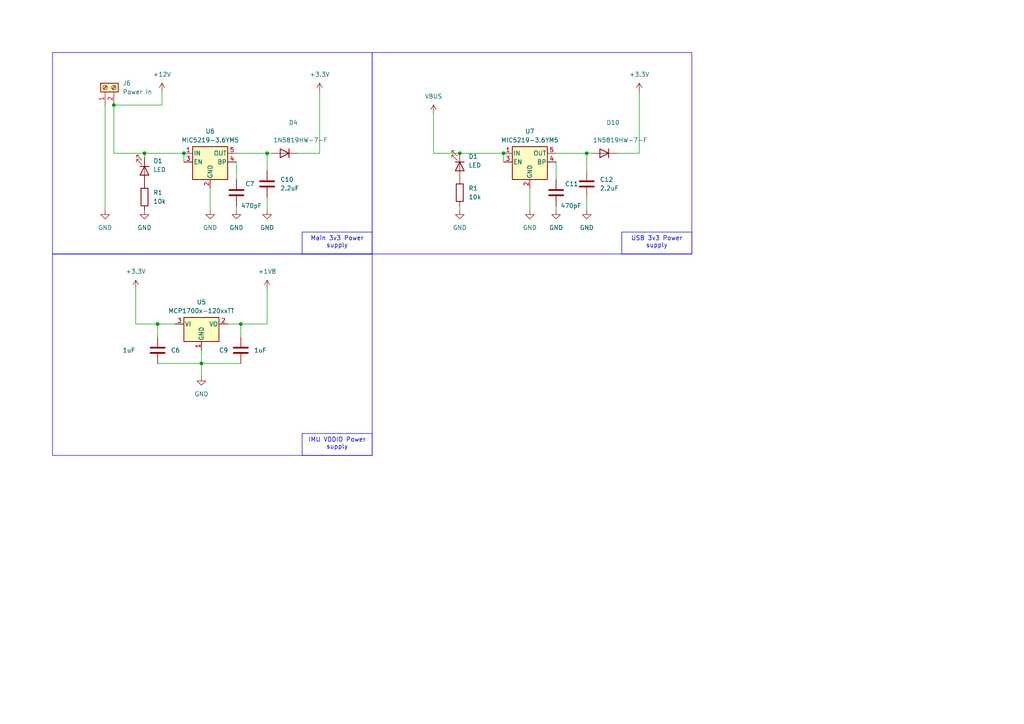
<source format=kicad_sch>
(kicad_sch (version 20230121) (generator eeschema)
  (paper "A4")
  (title_block (title "Seraj Dev Board") (date "2023-12-15") (rev "1") (company "EHTP ElectroPower") (comment 1 "Abdellah Radad"))
  (lib_symbols
    (symbol "Connector:Screw_Terminal_01x02" (pin_names (offset 1.016) hide)
      (property "Reference" "J" (at 0 2.54 0))
      (property "Value" "Screw_Terminal_01x02" (at 0 -5.08 0))
      (symbol "Screw_Terminal_01x02_1_1"
        (rectangle (start -1.27 1.27) (end 1.27 -3.81) (stroke (width 0.254)) (fill (type background)))
        (circle (center 0 -2.54) (radius 0.635) (stroke (width 0.1524)))
        (polyline (pts (xy -0.5334 -2.2098) (xy 0.3302 -3.048)) (stroke (width 0.1524)))
        (polyline (pts (xy -0.5334 0.3302) (xy 0.3302 -0.508)) (stroke (width 0.1524)))
        (polyline (pts (xy -0.3556 -2.032) (xy 0.508 -2.8702)) (stroke (width 0.1524)))
        (polyline (pts (xy -0.3556 0.508) (xy 0.508 -0.3302)) (stroke (width 0.1524)))
        (circle (center 0 0) (radius 0.635) (stroke (width 0.1524)))
        (pin passive line (at -5.08 0 0) (length 3.81) (name "Pin_1") (number "1"))
        (pin passive line (at -5.08 -2.54 0) (length 3.81) (name "Pin_2") (number "2"))
      )
    )
    (symbol "Device:C" (pin_numbers hide) (pin_names (offset 0.254))
      (property "Reference" "C" (at 0.635 2.54 0))
      (property "Value" "C" (at 0.635 -2.54 0))
      (symbol "C_0_1"
        (polyline (pts (xy -2.032 -0.762) (xy 2.032 -0.762)) (stroke (width 0.508)))
        (polyline (pts (xy -2.032 0.762) (xy 2.032 0.762)) (stroke (width 0.508)))
      )
      (symbol "C_1_1"
        (pin passive line (at 0 3.81 270) (length 2.794) (name "~") (number "1"))
        (pin passive line (at 0 -3.81 90) (length 2.794) (name "~") (number "2"))
      )
    )
    (symbol "Device:D" (pin_numbers hide) (pin_names (offset 1.016) hide)
      (property "Reference" "D" (at 0 2.54 0))
      (property "Value" "D" (at 0 -2.54 0))
      (symbol "D_0_1"
        (polyline (pts (xy -1.27 1.27) (xy -1.27 -1.27)) (stroke (width 0.254)))
        (polyline (pts (xy 1.27 0) (xy -1.27 0)))
        (polyline (pts (xy 1.27 1.27) (xy 1.27 -1.27) (xy -1.27 0) (xy 1.27 1.27)) (stroke (width 0.254)))
      )
      (symbol "D_1_1"
        (pin passive line (at -3.81 0 0) (length 2.54) (name "K") (number "1"))
        (pin passive line (at 3.81 0 180) (length 2.54) (name "A") (number "2"))
      )
    )
    (symbol "Device:LED" (pin_numbers hide) (pin_names (offset 1.016) hide)
      (property "Reference" "D" (at 0 2.54 0))
      (property "Value" "LED" (at 0 -2.54 0))
      (symbol "LED_0_1"
        (polyline (pts (xy -1.27 -1.27) (xy -1.27 1.27)) (stroke (width 0.254)))
        (polyline (pts (xy -1.27 0) (xy 1.27 0)))
        (polyline (pts (xy 1.27 -1.27) (xy 1.27 1.27) (xy -1.27 0) (xy 1.27 -1.27)) (stroke (width 0.254)))
        (polyline (pts (xy -3.048 -0.762) (xy -4.572 -2.286) (xy -3.81 -2.286) (xy -4.572 -2.286) (xy -4.572 -1.524)))
        (polyline (pts (xy -1.778 -0.762) (xy -3.302 -2.286) (xy -2.54 -2.286) (xy -3.302 -2.286) (xy -3.302 -1.524)))
      )
      (symbol "LED_1_1"
        (pin passive line (at -3.81 0 0) (length 2.54) (name "K") (number "1"))
        (pin passive line (at 3.81 0 180) (length 2.54) (name "A") (number "2"))
      )
    )
    (symbol "Device:R" (pin_numbers hide) (pin_names (offset 0))
      (property "Reference" "R" (at 2.032 0 90))
      (property "Value" "R" (at 0 0 90))
      (symbol "R_0_1"
        (rectangle (start -1.016 -2.54) (end 1.016 2.54) (stroke (width 0.254)))
      )
      (symbol "R_1_1"
        (pin passive line (at 0 3.81 270) (length 1.27) (name "~") (number "1"))
        (pin passive line (at 0 -3.81 90) (length 1.27) (name "~") (number "2"))
      )
    )
    (symbol "Regulator_Linear:MCP1700x-120xxTT" (pin_names (offset 0.254))
      (property "Reference" "U" (at -3.81 3.175 0))
      (property "Value" "MCP1700x-120xxTT" (at 0 3.175 0))
      (symbol "MCP1700x-120xxTT_0_1"
        (rectangle (start -5.08 1.905) (end 5.08 -5.08) (stroke (width 0.254)) (fill (type background)))
      )
      (symbol "MCP1700x-120xxTT_1_1"
        (pin power_in line (at 0 -7.62 90) (length 2.54) (name "GND") (number "1"))
        (pin power_out line (at 7.62 0 180) (length 2.54) (name "VO") (number "2"))
        (pin power_in line (at -7.62 0 0) (length 2.54) (name "VI") (number "3"))
      )
    )
    (symbol "Regulator_Linear:MIC5219-3.6YM5" (pin_names (offset 0.254))
      (property "Reference" "U" (at -3.81 5.715 0))
      (property "Value" "MIC5219-3.6YM5" (at 0 5.715 0))
      (symbol "MIC5219-3.6YM5_0_1"
        (rectangle (start -5.08 4.445) (end 5.08 -5.08) (stroke (width 0.254)) (fill (type background)))
      )
      (symbol "MIC5219-3.6YM5_1_1"
        (pin power_in line (at -7.62 2.54 0) (length 2.54) (name "IN") (number "1"))
        (pin power_in line (at 0 -7.62 90) (length 2.54) (name "GND") (number "2"))
        (pin input line (at -7.62 0 0) (length 2.54) (name "EN") (number "3"))
        (pin input line (at 7.62 0 180) (length 2.54) (name "BP") (number "4"))
        (pin power_out line (at 7.62 2.54 180) (length 2.54) (name "OUT") (number "5"))
      )
    )
    (symbol "power:+12V" (power) (pin_names (offset 0))
      (property "Value" "+12V" (at 0 3.556 0))
      (symbol "+12V_0_1"
        (polyline (pts (xy -0.762 1.27) (xy 0 2.54)))
        (polyline (pts (xy 0 0) (xy 0 2.54)))
        (polyline (pts (xy 0 2.54) (xy 0.762 1.27)))
      )
      (symbol "+12V_1_1"
        (pin power_in line (at 0 0 90) (length 0) hide (name "+12V") (number "1"))
      )
    )
    (symbol "power:+1V8" (power) (pin_names (offset 0))
      (property "Value" "+1V8" (at 0 3.556 0))
      (symbol "+1V8_0_1"
        (polyline (pts (xy -0.762 1.27) (xy 0 2.54)))
        (polyline (pts (xy 0 0) (xy 0 2.54)))
        (polyline (pts (xy 0 2.54) (xy 0.762 1.27)))
      )
      (symbol "+1V8_1_1"
        (pin power_in line (at 0 0 90) (length 0) hide (name "+1V8") (number "1"))
      )
    )
    (symbol "power:+3.3V" (power) (pin_names (offset 0))
      (property "Value" "+3.3V" (at 0 3.556 0))
      (symbol "+3.3V_0_1"
        (polyline (pts (xy -0.762 1.27) (xy 0 2.54)))
        (polyline (pts (xy 0 0) (xy 0 2.54)))
        (polyline (pts (xy 0 2.54) (xy 0.762 1.27)))
      )
      (symbol "+3.3V_1_1"
        (pin power_in line (at 0 0 90) (length 0) hide (name "+3.3V") (number "1"))
      )
    )
    (symbol "power:GND" (power) (pin_names (offset 0))
      (property "Value" "GND" (at 0 -3.81 0))
      (symbol "GND_0_1"
        (polyline (pts (xy 0 0) (xy 0 -1.27) (xy 1.27 -1.27) (xy 0 -2.54) (xy -1.27 -1.27) (xy 0 -1.27)))
      )
      (symbol "GND_1_1"
        (pin power_in line (at 0 0 270) (length 0) hide (name "GND") (number "1"))
      )
    )
    (symbol "power:VBUS" (power) (pin_names (offset 0))
      (property "Value" "VBUS" (at 0 3.81 0))
      (symbol "VBUS_0_1"
        (polyline (pts (xy -0.762 1.27) (xy 0 2.54)))
        (polyline (pts (xy 0 0) (xy 0 2.54)))
        (polyline (pts (xy 0 2.54) (xy 0.762 1.27)))
      )
      (symbol "VBUS_1_1"
        (pin power_in line (at 0 0 90) (length 0) hide (name "VBUS") (number "1"))
      )
    )
  )
  (junction (at 170.18 44.45))
  (junction (at 133.35 44.45))
  (junction (at 41.91 44.45))
  (junction (at 58.42 105.41))
  (junction (at 45.72 93.98))
  (junction (at 53.34 44.45))
  (junction (at 77.47 44.45))
  (junction (at 69.85 93.98))
  (junction (at 146.05 44.45))
  (junction (at 33.02 30.48))
  (wire (pts (xy 45.72 105.41) (xy 58.42 105.41)))
  (wire (pts (xy 39.37 93.98) (xy 39.37 83.82)))
  (wire (pts (xy 58.42 105.41) (xy 69.85 105.41)))
  (wire (pts (xy 77.47 44.45) (xy 77.47 49.53)))
  (wire (pts (xy 133.35 44.45) (xy 146.05 44.45)))
  (wire (pts (xy 179.07 44.45) (xy 185.42 44.45)))
  (wire (pts (xy 125.73 44.45) (xy 133.35 44.45)))
  (wire (pts (xy 77.47 44.45) (xy 78.74 44.45)))
  (wire (pts (xy 45.72 93.98) (xy 39.37 93.98)))
  (wire (pts (xy 86.36 44.45) (xy 92.71 44.45)))
  (wire (pts (xy 46.99 26.67) (xy 46.99 30.48)))
  (wire (pts (xy 53.34 44.45) (xy 53.34 46.99)))
  (wire (pts (xy 161.29 59.69) (xy 161.29 60.96)))
  (wire (pts (xy 92.71 26.67) (xy 92.71 44.45)))
  (wire (pts (xy 68.58 59.69) (xy 68.58 60.96)))
  (wire (pts (xy 77.47 83.82) (xy 77.47 93.98)))
  (wire (pts (xy 170.18 57.15) (xy 170.18 60.96)))
  (wire (pts (xy 153.67 54.61) (xy 153.67 60.96)))
  (wire (pts (xy 33.02 30.48) (xy 33.02 44.45)))
  (wire (pts (xy 50.8 93.98) (xy 45.72 93.98)))
  (wire (pts (xy 58.42 105.41) (xy 58.42 109.22)))
  (wire (pts (xy 77.47 57.15) (xy 77.47 60.96)))
  (wire (pts (xy 33.02 44.45) (xy 41.91 44.45)))
  (wire (pts (xy 170.18 44.45) (xy 170.18 49.53)))
  (wire (pts (xy 69.85 93.98) (xy 66.04 93.98)))
  (wire (pts (xy 45.72 93.98) (xy 45.72 97.79)))
  (wire (pts (xy 125.73 33.02) (xy 125.73 44.45)))
  (wire (pts (xy 146.05 44.45) (xy 146.05 46.99)))
  (wire (pts (xy 133.35 60.96) (xy 133.35 59.69)))
  (wire (pts (xy 46.99 30.48) (xy 33.02 30.48)))
  (wire (pts (xy 68.58 46.99) (xy 68.58 52.07)))
  (wire (pts (xy 30.48 30.48) (xy 30.48 60.96)))
  (wire (pts (xy 185.42 26.67) (xy 185.42 44.45)))
  (wire (pts (xy 170.18 44.45) (xy 171.45 44.45)))
  (wire (pts (xy 77.47 93.98) (xy 69.85 93.98)))
  (wire (pts (xy 161.29 44.45) (xy 170.18 44.45)))
  (wire (pts (xy 69.85 97.79) (xy 69.85 93.98)))
  (wire (pts (xy 161.29 46.99) (xy 161.29 52.07)))
  (wire (pts (xy 68.58 44.45) (xy 77.47 44.45)))
  (wire (pts (xy 60.96 54.61) (xy 60.96 60.96)))
  (wire (pts (xy 58.42 101.6) (xy 58.42 105.41)))
  (wire (pts (xy 41.91 44.45) (xy 41.91 45.72)))
  (wire (pts (xy 41.91 44.45) (xy 53.34 44.45)))
  (rectangle (start 15.24 15.24) (end 107.95 73.66))
  (rectangle (start 15.24 73.66) (end 107.95 132.08))
  (rectangle (start 107.95 15.24) (end 200.66 73.66))
  (text_box "USB 3v3 Power supply" (at 180.34 67.31 0) (size 20.32 6.35) (effects (font (size 1.27 1.27)) (justify top)))
  (text_box "IMU VDDIO Power supply\n" (at 87.63 125.73 0) (size 20.32 6.35) (effects (font (size 1.27 1.27)) (justify top)))
  (text_box "Main 3v3 Power supply" (at 87.63 67.31 0) (size 20.32 6.35) (effects (font (size 1.27 1.27)) (justify top)))
  (symbol (lib_id "power:GND") (at 30.48 60.96 0) (unit 1)
    (property "Reference" "#PWR031" (effects hide))
    (property "Value" "GND" (at 30.48 66.04 0))
    (instances (project "seraj" (path "" (reference "#PWR017") (unit 1))))
  )
  (symbol (lib_id "power:+1V8") (at 77.47 83.82 0) (unit 1)
    (property "Reference" "#PWR039" (effects hide))
    (property "Value" "+1V8" (at 77.47 78.74 0))
    (instances (project "seraj" (path "" (reference "#PWR033") (unit 1))))
  )
  (symbol (lib_id "power:+3.3V") (at 39.37 83.82 0) (unit 1)
    (property "Reference" "#PWR037" (effects hide))
    (property "Value" "+3.3V" (at 39.37 78.74 0))
    (instances (project "seraj" (path "" (reference "#PWR023") (unit 1))))
  )
  (symbol (lib_id "Device:D") (at 82.55 44.45 180) (unit 1)
    (property "Reference" "D4" (at 85.09 35.56 0))
    (property "Value" "1N5819HW-7-F " (at 87.63 40.64 0))
    (property "Footprint" "Diode_SMD:D_0805_2012Metric" (effects hide))
    (property "Sim.Device" "D" (effects hide))
    (property "Sim.Pins" "1=K 2=A" (effects hide))
  )
  (symbol (lib_id "power:GND") (at 153.67 60.96 0) (unit 1)
    (property "Reference" "#PWR024" (effects hide))
    (property "Value" "GND" (at 153.67 66.04 0))
    (instances (project "seraj" (path "" (reference "#PWR037") (unit 1))))
  )
  (symbol (lib_id "Device:C") (at 45.72 101.6 0) (unit 1)
    (property "Reference" "C11" (at 49.53 101.6 0) (effects (justify left)))
    (property "Value" "1uF" (at 35.56 101.6 0) (effects (justify left)))
    (property "Footprint" "Capacitor_SMD:C_0805_2012Metric" (effects hide))
    (instances (project "seraj" (path "" (reference "C6") (unit 1))))
  )
  (symbol (lib_id "Device:C") (at 161.29 55.88 0) (unit 1)
    (property "Reference" "C9" (at 163.83 53.34 0) (effects (justify left)))
    (property "Value" "470pF" (at 162.56 59.69 0) (effects (justify left)))
    (property "Footprint" "Capacitor_SMD:C_0805_2012Metric" (effects hide))
    (instances (project "seraj" (path "" (reference "C11") (unit 1))))
  )
  (symbol (lib_id "power:GND") (at 170.18 60.96 0) (unit 1)
    (property "Reference" "#PWR032" (effects hide))
    (property "Value" "GND" (at 170.18 66.04 0))
    (instances (project "seraj" (path "" (reference "#PWR039") (unit 1))))
  )
  (symbol (lib_id "power:GND") (at 133.35 60.96 0) (unit 1)
    (property "Reference" "#PWR036" (effects hide))
    (property "Value" "GND" (at 133.35 66.04 0))
  )
  (symbol (lib_id "Device:C") (at 68.58 55.88 0) (unit 1)
    (property "Reference" "C6" (at 71.12 53.34 0) (effects (justify left)))
    (property "Value" "470pF" (at 69.85 59.69 0) (effects (justify left)))
    (property "Footprint" "Capacitor_SMD:C_0805_2012Metric" (effects hide))
    (instances (project "seraj" (path "" (reference "C7") (unit 1))))
  )
  (symbol (lib_id "power:GND") (at 161.29 60.96 0) (unit 1)
    (property "Reference" "#PWR029" (effects hide))
    (property "Value" "GND" (at 161.29 66.04 0))
    (instances (project "seraj" (path "" (reference "#PWR038") (unit 1))))
  )
  (symbol (lib_id "Device:C") (at 170.18 53.34 0) (unit 1)
    (property "Reference" "C10" (at 173.99 52.07 0) (effects (justify left)))
    (property "Value" "2.2uF" (at 173.99 54.61 0) (effects (justify left)))
    (property "Footprint" "Capacitor_SMD:C_0805_2012Metric" (effects hide))
    (instances (project "seraj" (path "" (reference "C12") (unit 1))))
  )
  (symbol (lib_id "power:GND") (at 58.42 109.22 0) (unit 1)
    (property "Reference" "#PWR038" (effects hide))
    (property "Value" "GND" (at 58.42 114.3 0))
    (instances (project "seraj" (path "" (reference "#PWR029") (unit 1))))
  )
  (symbol (lib_id "Device:C") (at 69.85 101.6 0) (unit 1)
    (property "Reference" "C12" (at 63.5 101.6 0) (effects (justify left)))
    (property "Value" "1uF" (at 73.66 101.6 0) (effects (justify left)))
    (property "Footprint" "Capacitor_SMD:C_0805_2012Metric" (effects hide))
    (instances (project "seraj" (path "" (reference "C9") (unit 1))))
  )
  (symbol (lib_id "Device:D") (at 175.26 44.45 180) (unit 1)
    (property "Reference" "D3" (at 177.8 35.56 0))
    (property "Value" "1N5819HW-7-F " (at 180.34 40.64 0))
    (property "Footprint" "Diode_SMD:D_0805_2012Metric" (effects hide))
    (property "Sim.Device" "D" (effects hide))
    (property "Sim.Pins" "1=K 2=A" (effects hide))
    (instances (project "seraj" (path "" (reference "D10") (unit 1))))
  )
  (symbol (lib_id "Device:R") (at 41.91 57.15 0) (unit 1)
    (property "Reference" "R1" (at 44.45 55.88 0) (effects (justify left)))
    (property "Value" "10k" (at 44.45 58.42 0) (effects (justify left)))
    (property "Footprint" "Resistor_SMD:R_0201_0603Metric" (effects hide))
    (instances (project "seraj" (path "" (reference "R1") (unit 1)) (path "" (reference "R12") (unit 1))))
  )
  (symbol (lib_id "Device:R") (at 133.35 55.88 0) (unit 1)
    (property "Reference" "R1" (at 135.89 54.61 0) (effects (justify left)))
    (property "Value" "10k" (at 135.89 57.15 0) (effects (justify left)))
    (property "Footprint" "Resistor_SMD:R_0201_0603Metric" (effects hide))
    (instances (project "seraj" (path "" (reference "R1") (unit 1)) (path "" (reference "R13") (unit 1))))
  )
  (symbol (lib_id "power:+12V") (at 46.99 26.67 0) (unit 1)
    (property "Reference" "#PWR042" (effects hide))
    (property "Value" "+12V" (at 46.99 21.59 0))
    (instances (project "seraj" (path "" (reference "#PWR027") (unit 1))))
  )
  (symbol (lib_id "power:GND") (at 41.91 60.96 0) (unit 1)
    (property "Reference" "#PWR035" (effects hide))
    (property "Value" "GND" (at 41.91 66.04 0))
    (instances (project "seraj" (path "" (reference "#PWR024") (unit 1))))
  )
  (symbol (lib_id "power:GND") (at 60.96 60.96 0) (unit 1)
    (property "Reference" "#PWR023" (effects hide))
    (property "Value" "GND" (at 60.96 66.04 0))
    (instances (project "seraj" (path "" (reference "#PWR030") (unit 1))))
  )
  (symbol (lib_id "Regulator_Linear:MIC5219-3.6YM5") (at 60.96 46.99 0) (unit 1)
    (property "Reference" "U5" (at 60.96 38.1 0))
    (property "Value" "MIC5219-3.6YM5" (at 60.96 40.64 0))
    (property "Footprint" "Package_TO_SOT_SMD:SOT-23-5" (effects hide))
    (property "Datasheet" "http://ww1.microchip.com/downloads/en/DeviceDoc/MIC5219-500mA-Peak-Output-LDO-Regulator-DS20006021A.pdf" (effects hide))
    (instances (project "seraj" (path "" (reference "U6") (unit 1))))
  )
  (symbol (lib_id "Device:LED") (at 133.35 48.26 270) (unit 1)
    (property "Reference" "D1" (at 135.89 45.4025 90) (effects (justify left)))
    (property "Value" "LED" (at 135.89 47.9425 90) (effects (justify left)))
    (property "Footprint" "LED_SMD:LED_0805_2012Metric" (effects hide))
    (instances (project "seraj" (path "" (reference "D1") (unit 1)) (path "" (reference "D9") (unit 1))))
  )
  (symbol (lib_id "power:GND") (at 77.47 60.96 0) (unit 1)
    (property "Reference" "#PWR030" (effects hide))
    (property "Value" "GND" (at 77.47 66.04 0))
    (instances (project "seraj" (path "" (reference "#PWR032") (unit 1))))
  )
  (symbol (lib_id "Connector:Screw_Terminal_01x02") (at 30.48 25.4 90) (unit 1)
    (property "Reference" "J6" (at 35.56 24.13 90) (effects (justify right)))
    (property "Value" "Power In" (at 35.56 26.67 90) (effects (justify right)))
    (property "Footprint" "TerminalBlock:TerminalBlock_Altech_AK300-2_P5.00mm" (effects hide))
  )
  (symbol (lib_id "power:GND") (at 68.58 60.96 0) (unit 1)
    (property "Reference" "#PWR027" (effects hide))
    (property "Value" "GND" (at 68.58 66.04 0))
    (instances (project "seraj" (path "" (reference "#PWR031") (unit 1))))
  )
  (symbol (lib_id "Device:LED") (at 41.91 49.53 270) (unit 1)
    (property "Reference" "D1" (at 44.45 46.6725 90) (effects (justify left)))
    (property "Value" "LED" (at 44.45 49.2125 90) (effects (justify left)))
    (property "Footprint" "LED_SMD:LED_0805_2012Metric" (effects hide))
    (instances (project "seraj" (path "" (reference "D1") (unit 1)) (path "" (reference "D3") (unit 1))))
  )
  (symbol (lib_id "Regulator_Linear:MCP1700x-120xxTT") (at 58.42 93.98 0) (unit 1)
    (property "Reference" "U7" (at 58.42 87.63 0))
    (property "Value" "MCP1700x-120xxTT" (at 58.42 90.17 0))
    (property "Footprint" "Package_TO_SOT_SMD:SOT-23" (effects hide))
    (property "Datasheet" "http://ww1.microchip.com/downloads/en/DeviceDoc/20001826D.pdf" (effects hide))
    (instances (project "seraj" (path "" (reference "U5") (unit 1))))
  )
  (symbol (lib_id "Device:C") (at 77.47 53.34 0) (unit 1)
    (property "Reference" "C7" (at 81.28 52.07 0) (effects (justify left)))
    (property "Value" "2.2uF" (at 81.28 54.61 0) (effects (justify left)))
    (property "Footprint" "Capacitor_SMD:C_0805_2012Metric" (effects hide))
    (instances (project "seraj" (path "" (reference "C10") (unit 1))))
  )
  (symbol (lib_id "power:VBUS") (at 125.73 33.02 0) (unit 1)
    (property "Reference" "#PWR033" (effects hide))
    (property "Value" "VBUS" (at 125.73 27.94 0))
    (instances (project "seraj" (path "" (reference "#PWR035") (unit 1))))
  )
  (symbol (lib_id "power:+3.3V") (at 185.42 26.67 0) (unit 1)
    (property "Reference" "#PWR034" (effects hide))
    (property "Value" "+3.3V" (at 185.42 21.59 0))
    (instances (project "seraj" (path "" (reference "#PWR042") (unit 1))))
  )
  (symbol (lib_id "Regulator_Linear:MIC5219-3.6YM5") (at 153.67 46.99 0) (unit 1)
    (property "Reference" "U6" (at 153.67 38.1 0))
    (property "Value" "MIC5219-3.6YM5" (at 153.67 40.64 0))
    (property "Footprint" "Package_TO_SOT_SMD:SOT-23-5" (effects hide))
    (property "Datasheet" "http://ww1.microchip.com/downloads/en/DeviceDoc/MIC5219-500mA-Peak-Output-LDO-Regulator-DS20006021A.pdf" (effects hide))
    (instances (project "seraj" (path "" (reference "U7") (unit 1))))
  )
  (symbol (lib_id "power:+3.3V") (at 92.71 26.67 0) (unit 1)
    (property "Reference" "#PWR017" (effects hide))
    (property "Value" "+3.3V" (at 92.71 21.59 0))
    (instances (project "seraj" (path "" (reference "#PWR034") (unit 1))))
  )
)
</source>
